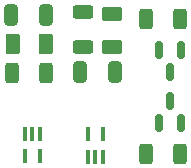
<source format=gbr>
%TF.GenerationSoftware,KiCad,Pcbnew,8.0.6-8.0.6-0~ubuntu22.04.1*%
%TF.CreationDate,2024-11-07T17:30:12-08:00*%
%TF.ProjectId,gbvideo_breakout,67627669-6465-46f5-9f62-7265616b6f75,rev?*%
%TF.SameCoordinates,Original*%
%TF.FileFunction,Paste,Top*%
%TF.FilePolarity,Positive*%
%FSLAX46Y46*%
G04 Gerber Fmt 4.6, Leading zero omitted, Abs format (unit mm)*
G04 Created by KiCad (PCBNEW 8.0.6-8.0.6-0~ubuntu22.04.1) date 2024-11-07 17:30:12*
%MOMM*%
%LPD*%
G01*
G04 APERTURE LIST*
G04 Aperture macros list*
%AMRoundRect*
0 Rectangle with rounded corners*
0 $1 Rounding radius*
0 $2 $3 $4 $5 $6 $7 $8 $9 X,Y pos of 4 corners*
0 Add a 4 corners polygon primitive as box body*
4,1,4,$2,$3,$4,$5,$6,$7,$8,$9,$2,$3,0*
0 Add four circle primitives for the rounded corners*
1,1,$1+$1,$2,$3*
1,1,$1+$1,$4,$5*
1,1,$1+$1,$6,$7*
1,1,$1+$1,$8,$9*
0 Add four rect primitives between the rounded corners*
20,1,$1+$1,$2,$3,$4,$5,0*
20,1,$1+$1,$4,$5,$6,$7,0*
20,1,$1+$1,$6,$7,$8,$9,0*
20,1,$1+$1,$8,$9,$2,$3,0*%
G04 Aperture macros list end*
%ADD10R,0.400000X1.200000*%
%ADD11RoundRect,0.250000X0.325000X0.650000X-0.325000X0.650000X-0.325000X-0.650000X0.325000X-0.650000X0*%
%ADD12RoundRect,0.250000X-0.312500X-0.625000X0.312500X-0.625000X0.312500X0.625000X-0.312500X0.625000X0*%
%ADD13RoundRect,0.250000X-0.625000X0.312500X-0.625000X-0.312500X0.625000X-0.312500X0.625000X0.312500X0*%
%ADD14RoundRect,0.250000X0.312500X0.625000X-0.312500X0.625000X-0.312500X-0.625000X0.312500X-0.625000X0*%
%ADD15RoundRect,0.150000X0.150000X-0.587500X0.150000X0.587500X-0.150000X0.587500X-0.150000X-0.587500X0*%
%ADD16RoundRect,0.150000X-0.150000X0.587500X-0.150000X-0.587500X0.150000X-0.587500X0.150000X0.587500X0*%
%ADD17RoundRect,0.250000X-0.375000X-0.625000X0.375000X-0.625000X0.375000X0.625000X-0.375000X0.625000X0*%
%ADD18RoundRect,0.250000X-0.625000X0.375000X-0.625000X-0.375000X0.625000X-0.375000X0.625000X0.375000X0*%
G04 APERTURE END LIST*
D10*
%TO.C,U2*%
X143308000Y-84514000D03*
X143958000Y-84514000D03*
X144608000Y-84514000D03*
X144608000Y-82614000D03*
X143308000Y-82614000D03*
%TD*%
%TO.C,U1*%
X139274000Y-82563200D03*
X138624000Y-82563200D03*
X137974000Y-82563200D03*
X137974000Y-84463200D03*
X139274000Y-84463200D03*
%TD*%
D11*
%TO.C,C2*%
X145575000Y-77351200D03*
X142625000Y-77351200D03*
%TD*%
%TO.C,C1*%
X139783800Y-72474400D03*
X136833800Y-72474400D03*
%TD*%
D12*
%TO.C,R5*%
X151127700Y-84231600D03*
X148202700Y-84231600D03*
%TD*%
D13*
%TO.C,R4*%
X142880800Y-72281900D03*
X142880800Y-75206900D03*
%TD*%
D12*
%TO.C,R3*%
X136846300Y-77402000D03*
X139771300Y-77402000D03*
%TD*%
D14*
%TO.C,R1*%
X148202700Y-72852400D03*
X151127700Y-72852400D03*
%TD*%
D15*
%TO.C,Q2*%
X150245200Y-79767700D03*
X151195200Y-81642700D03*
X149295200Y-81642700D03*
%TD*%
D16*
%TO.C,Q1*%
X150246567Y-77338400D03*
X149296567Y-75463400D03*
X151196567Y-75463400D03*
%TD*%
D17*
%TO.C,LED_5V1*%
X136959600Y-74963600D03*
X139759600Y-74963600D03*
%TD*%
D18*
%TO.C,LED_3V3*%
X145370000Y-72395200D03*
X145370000Y-75195200D03*
%TD*%
M02*

</source>
